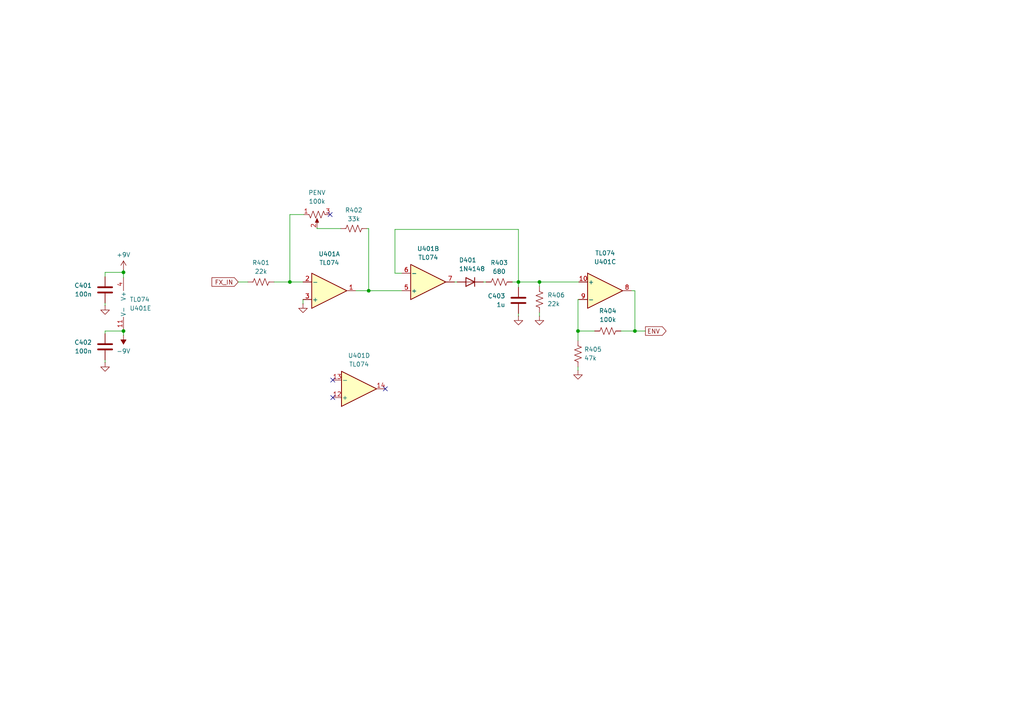
<source format=kicad_sch>
(kicad_sch (version 20231120) (generator "eeschema") (generator_version "8.0")
  (paper "A4")
  (lib_symbols
    (symbol "Amplifier_Operational:TL074" (pin_names (offset 0.127))
      (property "Reference" "U" (at 0 5.08 0))
      (property "Value" "TL074" (at 0 -5.08 0))
      (symbol "TL074_1_1"
        (polyline (pts (xy -5.08 5.08) (xy 5.08 0) (xy -5.08 -5.08) (xy -5.08 5.08)) (stroke (width 0.254)) (fill (type background)))
        (pin output line (at 7.62 0 180) (length 2.54) (name "~") (number "1"))
        (pin input line (at -7.62 -2.54 0) (length 2.54) (name "-") (number "2"))
        (pin input line (at -7.62 2.54 0) (length 2.54) (name "+") (number "3"))
      )
      (symbol "TL074_2_1"
        (polyline (pts (xy -5.08 5.08) (xy 5.08 0) (xy -5.08 -5.08) (xy -5.08 5.08)) (stroke (width 0.254)) (fill (type background)))
        (pin input line (at -7.62 2.54 0) (length 2.54) (name "+") (number "5"))
        (pin input line (at -7.62 -2.54 0) (length 2.54) (name "-") (number "6"))
        (pin output line (at 7.62 0 180) (length 2.54) (name "~") (number "7"))
      )
      (symbol "TL074_3_1"
        (polyline (pts (xy -5.08 5.08) (xy 5.08 0) (xy -5.08 -5.08) (xy -5.08 5.08)) (stroke (width 0.254)) (fill (type background)))
        (pin input line (at -7.62 2.54 0) (length 2.54) (name "+") (number "10"))
        (pin output line (at 7.62 0 180) (length 2.54) (name "~") (number "8"))
        (pin input line (at -7.62 -2.54 0) (length 2.54) (name "-") (number "9"))
      )
      (symbol "TL074_4_1"
        (polyline (pts (xy -5.08 5.08) (xy 5.08 0) (xy -5.08 -5.08) (xy -5.08 5.08)) (stroke (width 0.254)) (fill (type background)))
        (pin input line (at -7.62 2.54 0) (length 2.54) (name "+") (number "12"))
        (pin input line (at -7.62 -2.54 0) (length 2.54) (name "-") (number "13"))
        (pin output line (at 7.62 0 180) (length 2.54) (name "~") (number "14"))
      )
      (symbol "TL074_5_1"
        (pin power_in line (at -2.54 -7.62 90) (length 3.81) (name "V-") (number "11"))
        (pin power_in line (at -2.54 7.62 270) (length 3.81) (name "V+") (number "4"))
      )
    )
    (symbol "Device:C" (pin_numbers hide) (pin_names (offset 0.254))
      (property "Reference" "C" (at 0.635 2.54 0))
      (property "Value" "C" (at 0.635 -2.54 0))
      (symbol "C_0_1"
        (polyline (pts (xy -2.032 -0.762) (xy 2.032 -0.762)) (stroke (width 0.508)))
        (polyline (pts (xy -2.032 0.762) (xy 2.032 0.762)) (stroke (width 0.508)))
      )
      (symbol "C_1_1"
        (pin passive line (at 0 3.81 270) (length 2.794) (name "~") (number "1"))
        (pin passive line (at 0 -3.81 90) (length 2.794) (name "~") (number "2"))
      )
    )
    (symbol "Device:R_Potentiometer_US" (pin_names (offset 1.016) hide)
      (property "Reference" "RV" (at -4.445 0 90))
      (property "Value" "R_Potentiometer_US" (at -2.54 0 90))
      (symbol "R_Potentiometer_US_0_1"
        (polyline (pts (xy 0 -2.286) (xy 0 -2.54)))
        (polyline (pts (xy 0 2.54) (xy 0 2.286)))
        (polyline (pts (xy 2.54 0) (xy 1.524 0)))
        (polyline (pts (xy 1.143 0) (xy 2.286 0.508) (xy 2.286 -0.508) (xy 1.143 0)) (fill (type outline)))
        (polyline (pts (xy 0 -0.762) (xy 1.016 -1.143) (xy 0 -1.524) (xy -1.016 -1.905) (xy 0 -2.286)))
        (polyline (pts (xy 0 0.762) (xy 1.016 0.381) (xy 0 0) (xy -1.016 -0.381) (xy 0 -0.762)))
        (polyline (pts (xy 0 2.286) (xy 1.016 1.905) (xy 0 1.524) (xy -1.016 1.143) (xy 0 0.762)))
      )
      (symbol "R_Potentiometer_US_1_1"
        (pin passive line (at 0 3.81 270) (length 1.27) (name "1") (number "1"))
        (pin passive line (at 3.81 0 180) (length 1.27) (name "2") (number "2"))
        (pin passive line (at 0 -3.81 90) (length 1.27) (name "3") (number "3"))
      )
    )
    (symbol "Device:R_US" (pin_numbers hide) (pin_names (offset 0))
      (property "Reference" "R" (at 2.54 0 90))
      (property "Value" "R_US" (at -2.54 0 90))
      (symbol "R_US_0_1"
        (polyline (pts (xy 0 -2.286) (xy 0 -2.54)))
        (polyline (pts (xy 0 2.286) (xy 0 2.54)))
        (polyline (pts (xy 0 -0.762) (xy 1.016 -1.143) (xy 0 -1.524) (xy -1.016 -1.905) (xy 0 -2.286)))
        (polyline (pts (xy 0 0.762) (xy 1.016 0.381) (xy 0 0) (xy -1.016 -0.381) (xy 0 -0.762)))
        (polyline (pts (xy 0 2.286) (xy 1.016 1.905) (xy 0 1.524) (xy -1.016 1.143) (xy 0 0.762)))
      )
      (symbol "R_US_1_1"
        (pin passive line (at 0 3.81 270) (length 1.27) (name "~") (number "1"))
        (pin passive line (at 0 -3.81 90) (length 1.27) (name "~") (number "2"))
      )
    )
    (symbol "Diode:1N4148" (pin_numbers hide) (pin_names hide)
      (property "Reference" "D" (at 0 2.54 0))
      (property "Value" "1N4148" (at 0 -2.54 0))
      (symbol "1N4148_0_1"
        (polyline (pts (xy -1.27 1.27) (xy -1.27 -1.27)) (stroke (width 0.254)))
        (polyline (pts (xy 1.27 0) (xy -1.27 0)))
        (polyline (pts (xy 1.27 1.27) (xy 1.27 -1.27) (xy -1.27 0) (xy 1.27 1.27)) (stroke (width 0.254)))
      )
      (symbol "1N4148_1_1"
        (pin passive line (at -3.81 0 0) (length 2.54) (name "K") (number "1"))
        (pin passive line (at 3.81 0 180) (length 2.54) (name "A") (number "2"))
      )
    )
    (symbol "power:+9V" (power) (pin_numbers hide) (pin_names (offset 0) hide)
      (property "Value" "+9V" (at 0 3.556 0))
      (symbol "+9V_0_1"
        (polyline (pts (xy -0.762 1.27) (xy 0 2.54)))
        (polyline (pts (xy 0 0) (xy 0 2.54)))
        (polyline (pts (xy 0 2.54) (xy 0.762 1.27)))
      )
      (symbol "+9V_1_1"
        (pin power_in line (at 0 0 90) (length 0) (name "~") (number "1"))
      )
    )
    (symbol "power:-9V" (power) (pin_numbers hide) (pin_names (offset 0) hide)
      (property "Value" "-9V" (at 0 3.556 0))
      (symbol "-9V_0_1"
        (polyline (pts (xy 0 0) (xy 0 2.54)))
        (polyline (pts (xy 0.762 1.27) (xy -0.762 1.27) (xy 0 2.54) (xy 0.762 1.27)) (fill (type outline)))
      )
      (symbol "-9V_1_1"
        (pin power_in line (at 0 0 90) (length 0) (name "~") (number "1"))
      )
    )
    (symbol "power:GND" (power) (pin_numbers hide) (pin_names (offset 0) hide)
      (symbol "GND_0_1"
        (polyline (pts (xy 0 0) (xy 0 -1.27) (xy 1.27 -1.27) (xy 0 -2.54) (xy -1.27 -1.27) (xy 0 -1.27)))
      )
      (symbol "GND_1_1"
        (pin power_in line (at 0 0 270) (length 0) (name "~") (number "1"))
      )
    )
  )
  (junction (at 150.368 81.788))
  (junction (at 156.464 81.788))
  (junction (at 184.15 96.012))
  (junction (at 106.934 84.328))
  (junction (at 167.64 96.012))
  (junction (at 35.814 96.012))
  (junction (at 35.814 78.994))
  (junction (at 84.074 81.788))
  (no_connect (at 96.52 110.236))
  (no_connect (at 96.52 115.316))
  (no_connect (at 111.76 112.776))
  (no_connect (at 95.758 62.23))
  (wire (pts (xy 184.15 96.012) (xy 187.198 96.012)))
  (wire (pts (xy 150.368 81.788) (xy 148.59 81.788)))
  (wire (pts (xy 150.368 81.788) (xy 150.368 83.312)))
  (wire (pts (xy 84.074 81.788) (xy 87.884 81.788)))
  (wire (pts (xy 30.48 78.994) (xy 35.814 78.994)))
  (wire (pts (xy 84.074 62.23) (xy 84.074 81.788)))
  (wire (pts (xy 140.208 81.788) (xy 140.97 81.788)))
  (wire (pts (xy 35.814 96.012) (xy 35.814 97.282)))
  (wire (pts (xy 116.586 79.248) (xy 114.554 79.248)))
  (wire (pts (xy 150.368 81.788) (xy 156.464 81.788)))
  (wire (pts (xy 131.826 81.788) (xy 132.588 81.788)))
  (wire (pts (xy 35.814 78.994) (xy 35.814 80.518)))
  (wire (pts (xy 116.586 84.328) (xy 106.934 84.328)))
  (wire (pts (xy 30.48 104.394) (xy 30.48 105.156)))
  (wire (pts (xy 150.368 90.932) (xy 150.368 91.694)))
  (wire (pts (xy 30.48 96.774) (xy 30.48 96.012)))
  (wire (pts (xy 167.64 96.012) (xy 172.466 96.012)))
  (wire (pts (xy 79.502 81.788) (xy 84.074 81.788)))
  (wire (pts (xy 35.814 95.758) (xy 35.814 96.012)))
  (wire (pts (xy 184.15 96.012) (xy 184.15 84.328)))
  (wire (pts (xy 30.48 80.264) (xy 30.48 78.994)))
  (wire (pts (xy 30.48 96.012) (xy 35.814 96.012)))
  (wire (pts (xy 114.554 66.548) (xy 150.368 66.548)))
  (wire (pts (xy 184.15 84.328) (xy 183.134 84.328)))
  (wire (pts (xy 35.814 78.232) (xy 35.814 78.994)))
  (wire (pts (xy 103.124 84.328) (xy 106.934 84.328)))
  (wire (pts (xy 156.464 90.678) (xy 156.464 91.694)))
  (wire (pts (xy 91.948 66.294) (xy 98.806 66.294)))
  (wire (pts (xy 106.934 84.328) (xy 106.934 66.294)))
  (wire (pts (xy 91.948 66.04) (xy 91.948 66.294)))
  (wire (pts (xy 167.64 98.806) (xy 167.64 96.012)))
  (wire (pts (xy 114.554 79.248) (xy 114.554 66.548)))
  (wire (pts (xy 167.64 106.426) (xy 167.64 107.442)))
  (wire (pts (xy 180.086 96.012) (xy 184.15 96.012)))
  (wire (pts (xy 87.884 86.868) (xy 87.884 88.138)))
  (wire (pts (xy 69.088 81.788) (xy 71.882 81.788)))
  (wire (pts (xy 167.64 96.012) (xy 167.64 86.868)))
  (wire (pts (xy 88.138 62.23) (xy 84.074 62.23)))
  (wire (pts (xy 30.48 87.884) (xy 30.48 88.646)))
  (wire (pts (xy 156.464 81.788) (xy 156.464 83.058)))
  (wire (pts (xy 156.464 81.788) (xy 167.894 81.788)))
  (wire (pts (xy 106.934 66.294) (xy 106.426 66.294)))
  (wire (pts (xy 150.368 66.548) (xy 150.368 81.788)))
  (wire (pts (xy 167.64 86.868) (xy 167.894 86.868)))
  (global_label "ENV" (shape output) (at 187.198 96.012 0) (property "Intersheetrefs" "${INTERSHEET_REFS}" (effects (hide yes))))
  (global_label "FX_IN" (shape input) (at 69.088 81.788 180) (property "Intersheetrefs" "${INTERSHEET_REFS}" (effects (hide yes))))
  (symbol (lib_id "power:GND") (at 156.464 91.694 0) (unit 1)
    (property "Reference" "#PWR0408" (effects (hide yes)))
    (property "Value" "GND" (effects (hide yes)))
    (property "Description" "Power symbol creates a global label with name \"GND\" , ground" (effects (hide yes)))
  )
  (symbol (lib_id "power:GND") (at 167.64 107.442 0) (unit 1)
    (property "Reference" "#PWR0407" (effects (hide yes)))
    (property "Value" "GND" (effects (hide yes)))
    (property "Description" "Power symbol creates a global label with name \"GND\" , ground" (effects (hide yes)))
  )
  (symbol (lib_id "power:GND") (at 30.48 88.646 0) (unit 1)
    (property "Reference" "#PWR0401" (effects (hide yes)))
    (property "Value" "GND" (effects (hide yes)))
    (property "Description" "Power symbol creates a global label with name \"GND\" , ground" (effects (hide yes)))
  )
  (symbol (lib_id "Device:R_US") (at 75.692 81.788 90) (unit 1)
    (property "Reference" "R401" (at 75.692 76.2 90))
    (property "Value" "22k" (at 75.692 78.74 90))
    (property "Description" "Resistor, US symbol" (effects (hide yes)))
  )
  (symbol (lib_id "Device:C") (at 30.48 100.584 0) (unit 1)
    (property "Reference" "C402" (at 26.67 99.3139 0) (effects (justify right)))
    (property "Value" "100n" (at 26.67 101.8539 0) (effects (justify right)))
    (property "Description" "Unpolarized capacitor" (effects (hide yes)))
  )
  (symbol (lib_id "Amplifier_Operational:TL074") (at 33.274 88.138 0) (mirror y) (unit 5)
    (property "Reference" "U401" (at 37.592 89.4081 0) (effects (justify right)))
    (property "Value" "TL074" (at 37.592 86.8681 0) (effects (justify right)))
    (property "Datasheet" "http://www.ti.com/lit/ds/symlink/tl071.pdf" (effects (hide yes)))
    (property "Description" "Quad Low-Noise JFET-Input Operational Amplifiers, DIP-14/SOIC-14" (effects (hide yes)))
  )
  (symbol (lib_id "Amplifier_Operational:TL074") (at 175.514 84.328 0) (unit 3)
    (property "Reference" "U401" (at 175.514 75.946 0))
    (property "Value" "TL074" (at 175.514 73.406 0))
    (property "Datasheet" "http://www.ti.com/lit/ds/symlink/tl071.pdf" (effects (hide yes)))
    (property "Description" "Quad Low-Noise JFET-Input Operational Amplifiers, DIP-14/SOIC-14" (effects (hide yes)))
  )
  (symbol (lib_id "power:GND") (at 150.368 91.694 0) (unit 1)
    (property "Reference" "#PWR0406" (effects (hide yes)))
    (property "Value" "GND" (effects (hide yes)))
    (property "Description" "Power symbol creates a global label with name \"GND\" , ground" (effects (hide yes)))
  )
  (symbol (lib_id "Device:R_US") (at 144.78 81.788 90) (unit 1)
    (property "Reference" "R403" (at 144.78 76.2 90))
    (property "Value" "680" (at 144.78 78.74 90))
    (property "Description" "Resistor, US symbol" (effects (hide yes)))
  )
  (symbol (lib_id "Device:R_US") (at 156.464 86.868 0) (unit 1)
    (property "Reference" "R406" (at 158.75 85.5979 0) (effects (justify left)))
    (property "Value" "22k" (at 158.75 88.1379 0) (effects (justify left)))
    (property "Description" "Resistor, US symbol" (effects (hide yes)))
  )
  (symbol (lib_id "Device:R_US") (at 176.276 96.012 90) (unit 1)
    (property "Reference" "R404" (at 176.276 90.17 90))
    (property "Value" "100k" (at 176.276 92.71 90))
    (property "Description" "Resistor, US symbol" (effects (hide yes)))
  )
  (symbol (lib_id "Device:R_Potentiometer_US") (at 91.948 62.23 90) (mirror x) (unit 1)
    (property "Reference" "PENV" (at 91.948 55.88 90))
    (property "Value" "100k" (at 91.948 58.42 90))
    (property "Description" "Potentiometer, US symbol" (effects (hide yes)))
  )
  (symbol (lib_id "Diode:1N4148") (at 136.398 81.788 180) (unit 1)
    (property "Reference" "D401" (at 133.096 75.438 0) (effects (justify right)))
    (property "Value" "1N4148" (at 133.096 77.978 0) (effects (justify right)))
    (property "Footprint" "Diode_SMD:D_SOD-123" (effects (hide yes)))
    (property "Datasheet" "https://assets.nexperia.com/documents/data-sheet/1N4148_1N4448.pdf" (effects (hide yes)))
    (property "Sim.Device" "D" (effects (hide yes)))
    (property "Sim.Pins" "1=K 2=A" (effects (hide yes)))
  )
  (symbol (lib_id "Device:C") (at 150.368 87.122 0) (unit 1)
    (property "Reference" "C403" (at 146.558 85.8519 0) (effects (justify right)))
    (property "Value" "1u" (at 146.558 88.3919 0) (effects (justify right)))
    (property "Description" "Unpolarized capacitor" (effects (hide yes)))
  )
  (symbol (lib_id "power:GND") (at 30.48 105.156 0) (unit 1)
    (property "Reference" "#PWR0402" (effects (hide yes)))
    (property "Value" "GND" (effects (hide yes)))
    (property "Description" "Power symbol creates a global label with name \"GND\" , ground" (effects (hide yes)))
  )
  (symbol (lib_id "Amplifier_Operational:TL074") (at 95.504 84.328 0) (mirror x) (unit 1)
    (property "Reference" "U401" (at 95.504 73.66 0))
    (property "Value" "TL074" (at 95.504 76.2 0))
    (property "Datasheet" "http://www.ti.com/lit/ds/symlink/tl071.pdf" (effects (hide yes)))
    (property "Description" "Quad Low-Noise JFET-Input Operational Amplifiers, DIP-14/SOIC-14" (effects (hide yes)))
  )
  (symbol (lib_id "power:GND") (at 87.884 88.138 0) (unit 1)
    (property "Reference" "#PWR0405" (effects (hide yes)))
    (property "Value" "GND" (effects (hide yes)))
    (property "Description" "Power symbol creates a global label with name \"GND\" , ground" (effects (hide yes)))
  )
  (symbol (lib_id "power:-9V") (at 35.814 97.282 180) (unit 1)
    (property "Reference" "#PWR0404" (effects (hide yes)))
    (property "Value" "-9V" (at 35.814 101.854 0))
    (property "Description" "Power symbol creates a global label with name \"-9V\"" (effects (hide yes)))
  )
  (symbol (lib_id "Device:C") (at 30.48 84.074 0) (unit 1)
    (property "Reference" "C401" (at 26.67 82.8039 0) (effects (justify right)))
    (property "Value" "100n" (at 26.67 85.3439 0) (effects (justify right)))
    (property "Description" "Unpolarized capacitor" (effects (hide yes)))
  )
  (symbol (lib_id "Amplifier_Operational:TL074") (at 104.14 112.776 0) (mirror x) (unit 4)
    (property "Reference" "U401" (at 104.14 103.124 0))
    (property "Value" "TL074" (at 104.14 105.664 0))
    (property "Datasheet" "http://www.ti.com/lit/ds/symlink/tl071.pdf" (effects (hide yes)))
    (property "Description" "Quad Low-Noise JFET-Input Operational Amplifiers, DIP-14/SOIC-14" (effects (hide yes)))
  )
  (symbol (lib_id "Amplifier_Operational:TL074") (at 124.206 81.788 0) (mirror x) (unit 2)
    (property "Reference" "U401" (at 124.206 72.136 0))
    (property "Value" "TL074" (at 124.206 74.676 0))
    (property "Datasheet" "http://www.ti.com/lit/ds/symlink/tl071.pdf" (effects (hide yes)))
    (property "Description" "Quad Low-Noise JFET-Input Operational Amplifiers, DIP-14/SOIC-14" (effects (hide yes)))
  )
  (symbol (lib_id "Device:R_US") (at 167.64 102.616 0) (unit 1)
    (property "Reference" "R405" (at 169.418 101.3459 0) (effects (justify left)))
    (property "Value" "47k" (at 169.418 103.8859 0) (effects (justify left)))
    (property "Description" "Resistor, US symbol" (effects (hide yes)))
  )
  (symbol (lib_id "power:+9V") (at 35.814 78.232 0) (unit 1)
    (property "Reference" "#PWR0403" (effects (hide yes)))
    (property "Value" "+9V" (at 35.814 73.914 0))
    (property "Description" "Power symbol creates a global label with name \"+9V\"" (effects (hide yes)))
  )
  (symbol (lib_id "Device:R_US") (at 102.616 66.294 90) (unit 1)
    (property "Reference" "R402" (at 102.616 60.96 90))
    (property "Value" "33k" (at 102.616 63.5 90))
    (property "Description" "Resistor, US symbol" (effects (hide yes)))
  )
)
</source>
